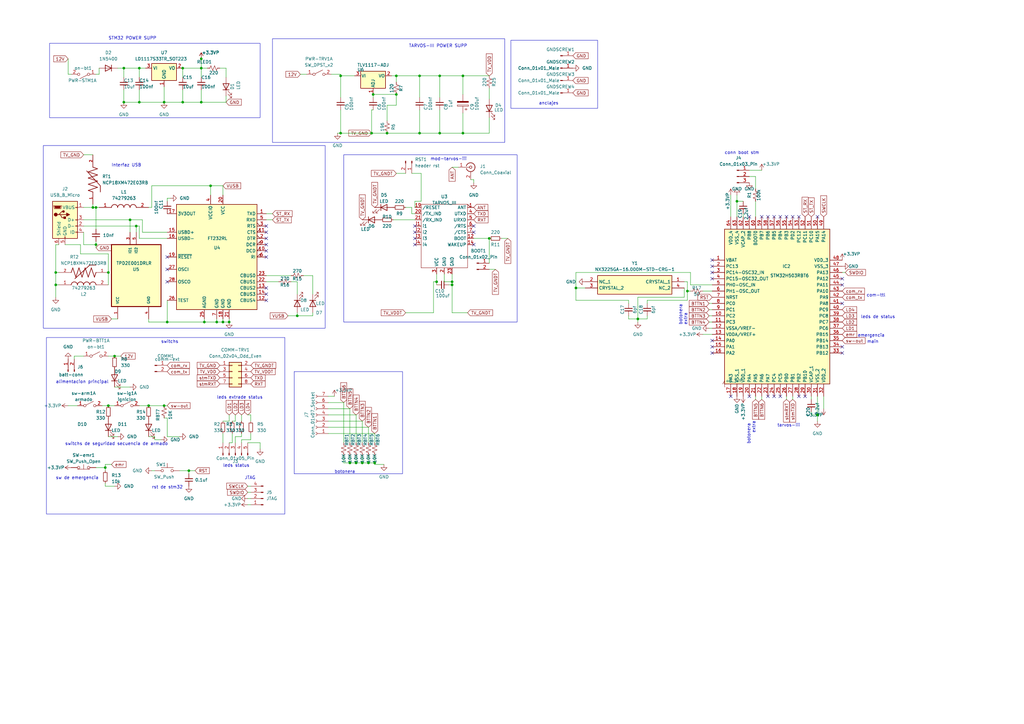
<source format=kicad_sch>
(kicad_sch (version 20231120) (generator "eeschema") (generator_version "8.0")
  (paper "A3")
  (junction (at 302.26 82.55))
  (junction (at 93.98 132.08))
  (junction (at 335.28 170.18))
  (junction (at 172.085 54.61))
  (junction (at 143.51 189.865))
  (junction (at 44.45 166.37))
  (junction (at 77.47 193.04))
  (junction (at 68.58 132.08))
  (junction (at 172.085 31.115))
  (junction (at 86.36 76.2))
  (junction (at 153.035 38.735))
  (junction (at 39.37 100.33))
  (junction (at 180.34 54.61))
  (junction (at 146.05 189.865))
  (junction (at 162.56 31.115))
  (junction (at 57.15 41.91))
  (junction (at 158.75 54.61))
  (junction (at 57.15 27.94))
  (junction (at 55.88 92.71))
  (junction (at 139.7 54.61))
  (junction (at 185.42 115.57))
  (junction (at 50.8 41.91))
  (junction (at 46.99 146.05))
  (junction (at 88.9 132.08))
  (junction (at 180.34 31.115))
  (junction (at 162.56 38.735))
  (junction (at 43.18 191.77))
  (junction (at 82.55 27.94))
  (junction (at 236.22 118.11))
  (junction (at 22.86 111.76))
  (junction (at 60.96 166.37))
  (junction (at 67.31 166.37))
  (junction (at 53.34 90.17))
  (junction (at 82.55 41.91))
  (junction (at 44.45 111.76))
  (junction (at 83.82 132.08))
  (junction (at 281.94 119.38))
  (junction (at 189.865 31.115))
  (junction (at 185.42 116.84))
  (junction (at 74.93 41.91))
  (junction (at 261.62 130.81))
  (junction (at 139.7 31.115))
  (junction (at 38.1 85.09))
  (junction (at 148.59 189.865))
  (junction (at 153.67 189.865))
  (junction (at 82.55 24.13))
  (junction (at 200.66 97.79))
  (junction (at 39.37 85.09))
  (junction (at 22.86 116.84))
  (junction (at 121.92 129.54))
  (junction (at 152.4 54.61))
  (junction (at 74.93 27.94))
  (junction (at 91.44 132.08))
  (junction (at 50.8 27.94))
  (junction (at 189.865 54.61))
  (junction (at 67.31 41.91))
  (junction (at 151.13 189.865))
  (junction (at 179.07 115.57))
  (no_connect (at 68.58 115.57))
  (no_connect (at 320.04 162.56))
  (no_connect (at 292.1 106.68))
  (no_connect (at 327.66 162.56))
  (no_connect (at 345.44 116.84))
  (no_connect (at 292.1 144.78))
  (no_connect (at 109.22 118.11))
  (no_connect (at 170.18 97.79))
  (no_connect (at 292.1 114.3))
  (no_connect (at 194.31 92.71))
  (no_connect (at 109.22 97.79))
  (no_connect (at 109.22 102.87))
  (no_connect (at 345.44 124.46))
  (no_connect (at 109.22 95.25))
  (no_connect (at 299.72 162.56))
  (no_connect (at 345.44 144.78))
  (no_connect (at 170.18 100.33))
  (no_connect (at 109.22 123.19))
  (no_connect (at 109.22 92.71))
  (no_connect (at 335.28 88.9))
  (no_connect (at 312.42 88.9))
  (no_connect (at 194.31 95.25))
  (no_connect (at 345.44 114.3))
  (no_connect (at 320.04 88.9))
  (no_connect (at 109.22 105.41))
  (no_connect (at 330.2 162.56))
  (no_connect (at 317.5 162.56))
  (no_connect (at 292.1 139.7))
  (no_connect (at 292.1 142.24))
  (no_connect (at 314.96 162.56))
  (no_connect (at 68.58 110.49))
  (no_connect (at 194.31 100.33))
  (no_connect (at 68.58 105.41))
  (no_connect (at 292.1 111.76))
  (no_connect (at 345.44 142.24))
  (no_connect (at 109.22 100.33))
  (no_connect (at 314.96 88.9))
  (no_connect (at 322.58 88.9))
  (no_connect (at 109.22 120.65))
  (no_connect (at 317.5 88.9))
  (no_connect (at 292.1 109.22))
  (no_connect (at 307.34 162.56))
  (no_connect (at 307.34 88.9))
  (no_connect (at 327.66 88.9))
  (no_connect (at 170.18 95.25))
  (no_connect (at 325.12 88.9))
  (no_connect (at 170.18 92.71))
  (wire (pts (xy 43.18 198.12) (xy 43.18 199.39)))
  (wire (pts (xy 50.8 36.83) (xy 50.8 41.91)))
  (wire (pts (xy 63.5 179.07) (xy 60.96 179.07)))
  (wire (pts (xy 309.88 162.56) (xy 309.88 163.83)))
  (wire (pts (xy 180.34 45.085) (xy 180.34 54.61)))
  (wire (pts (xy 91.44 132.08) (xy 93.98 132.08)))
  (wire (pts (xy 180.34 31.115) (xy 172.085 31.115)))
  (wire (pts (xy 162.56 71.12) (xy 166.37 71.12)))
  (wire (pts (xy 57.15 27.94) (xy 57.15 31.75)))
  (wire (pts (xy 185.42 115.57) (xy 185.42 112.395)))
  (wire (pts (xy 39.37 191.77) (xy 43.18 191.77)))
  (wire (pts (xy 38.1 83.82) (xy 38.1 85.09)))
  (wire (pts (xy 140.97 186.69) (xy 140.97 189.865)))
  (wire (pts (xy 38.1 85.09) (xy 39.37 85.09)))
  (wire (pts (xy 265.43 130.81) (xy 265.43 129.54)))
  (wire (pts (xy 236.22 111.76) (xy 283.21 111.76)))
  (wire (pts (xy 185.42 115.57) (xy 182.245 115.57)))
  (wire (pts (xy 24.13 111.76) (xy 22.86 111.76)))
  (wire (pts (xy 148.59 181.61) (xy 148.59 172.72)))
  (wire (pts (xy 102.87 172.72) (xy 102.87 170.18)))
  (wire (pts (xy 236.22 118.11) (xy 240.03 118.11)))
  (wire (pts (xy 322.58 162.56) (xy 322.58 163.83)))
  (wire (pts (xy 168.91 87.63) (xy 170.18 87.63)))
  (wire (pts (xy 22.86 116.84) (xy 24.13 116.84)))
  (wire (pts (xy 200.66 40.64) (xy 200.66 36.195)))
  (wire (pts (xy 179.07 115.57) (xy 179.07 116.84)))
  (wire (pts (xy 172.085 45.085) (xy 172.085 54.61)))
  (wire (pts (xy 185.42 116.84) (xy 185.42 115.57)))
  (wire (pts (xy 102.87 177.8) (xy 102.87 180.34)))
  (wire (pts (xy 123.19 30.48) (xy 125.73 30.48)))
  (wire (pts (xy 96.52 179.07) (xy 96.52 181.61)))
  (wire (pts (xy 26.67 100.33) (xy 33.02 100.33)))
  (wire (pts (xy 30.48 146.05) (xy 30.48 147.32)))
  (wire (pts (xy 140.97 189.865) (xy 143.51 189.865)))
  (wire (pts (xy 44.45 146.05) (xy 46.99 146.05)))
  (wire (pts (xy 335.28 170.18) (xy 335.28 172.72)))
  (wire (pts (xy 166.37 128.27) (xy 177.8 128.27)))
  (wire (pts (xy 121.92 120.65) (xy 121.92 115.57)))
  (wire (pts (xy 257.81 130.81) (xy 257.81 129.54)))
  (wire (pts (xy 68.58 132.08) (xy 83.82 132.08)))
  (wire (pts (xy 158.75 43.18) (xy 162.56 43.18)))
  (wire (pts (xy 91.44 76.2) (xy 91.44 80.01)))
  (wire (pts (xy 68.58 123.19) (xy 68.58 132.08)))
  (wire (pts (xy 139.7 45.085) (xy 139.7 54.61)))
  (wire (pts (xy 257.81 123.19) (xy 257.81 124.46)))
  (wire (pts (xy 99.06 180.34) (xy 99.06 181.61)))
  (wire (pts (xy 135.89 30.48) (xy 139.7 30.48)))
  (wire (pts (xy 208.28 97.79) (xy 205.74 97.79)))
  (wire (pts (xy 194.31 97.79) (xy 200.66 97.79)))
  (wire (pts (xy 280.67 121.92) (xy 261.62 121.92)))
  (wire (pts (xy 162.56 31.115) (xy 172.085 31.115)))
  (wire (pts (xy 151.13 175.26) (xy 134.62 175.26)))
  (wire (pts (xy 88.9 130.81) (xy 88.9 132.08)))
  (wire (pts (xy 332.74 163.83) (xy 332.74 162.56)))
  (wire (pts (xy 60.96 132.08) (xy 68.58 132.08)))
  (wire (pts (xy 57.15 27.94) (xy 59.69 27.94)))
  (wire (pts (xy 153.67 181.61) (xy 153.67 177.8)))
  (wire (pts (xy 180.34 40.005) (xy 180.34 31.115)))
  (wire (pts (xy 265.43 123.19) (xy 281.94 123.19)))
  (wire (pts (xy 160.655 31.115) (xy 162.56 31.115)))
  (wire (pts (xy 27.94 30.48) (xy 29.21 30.48)))
  (wire (pts (xy 109.22 90.17) (xy 111.76 90.17)))
  (wire (pts (xy 82.55 41.91) (xy 92.71 41.91)))
  (wire (pts (xy 128.27 113.03) (xy 128.27 120.65)))
  (wire (pts (xy 182.245 115.57) (xy 182.245 112.395)))
  (wire (pts (xy 143.51 181.61) (xy 143.51 167.64)))
  (wire (pts (xy 185.42 68.58) (xy 187.96 68.58)))
  (wire (pts (xy 200.66 97.79) (xy 200.66 107.95)))
  (wire (pts (xy 124.46 113.03) (xy 128.27 113.03)))
  (wire (pts (xy 151.13 181.61) (xy 151.13 175.26)))
  (wire (pts (xy 67.31 166.37) (xy 68.58 166.37)))
  (wire (pts (xy 96.52 170.18) (xy 96.52 172.72)))
  (wire (pts (xy 63.5 180.34) (xy 63.5 179.07)))
  (wire (pts (xy 162.56 33.655) (xy 162.56 31.115)))
  (wire (pts (xy 177.8 115.57) (xy 179.07 115.57)))
  (wire (pts (xy 69.85 81.28) (xy 68.58 81.28)))
  (wire (pts (xy 93.98 132.08) (xy 93.98 130.81)))
  (wire (pts (xy 309.88 82.55) (xy 309.88 88.9)))
  (wire (pts (xy 189.865 46.355) (xy 189.865 54.61)))
  (wire (pts (xy 151.13 186.69) (xy 151.13 189.865)))
  (wire (pts (xy 153.035 40.005) (xy 153.035 38.735)))
  (wire (pts (xy 92.71 41.91) (xy 92.71 39.37)))
  (wire (pts (xy 261.62 130.81) (xy 265.43 130.81)))
  (wire (pts (xy 189.865 31.115) (xy 200.66 31.115)))
  (wire (pts (xy 153.67 177.8) (xy 134.62 177.8)))
  (wire (pts (xy 332.74 168.91) (xy 332.74 170.18)))
  (wire (pts (xy 60.96 85.09) (xy 62.23 85.09)))
  (wire (pts (xy 101.6 204.47) (xy 102.87 204.47)))
  (wire (pts (xy 121.92 128.27) (xy 121.92 129.54)))
  (wire (pts (xy 67.31 35.56) (xy 67.31 41.91)))
  (wire (pts (xy 33.02 100.33) (xy 33.02 104.14)))
  (wire (pts (xy 82.55 24.13) (xy 82.55 27.94)))
  (wire (pts (xy 148.59 189.865) (xy 151.13 189.865)))
  (wire (pts (xy 34.29 90.17) (xy 53.34 90.17)))
  (wire (pts (xy 57.15 36.83) (xy 57.15 41.91)))
  (wire (pts (xy 106.68 181.61) (xy 106.68 184.15)))
  (wire (pts (xy 83.82 130.81) (xy 83.82 132.08)))
  (wire (pts (xy 153.67 190.5) (xy 153.67 189.865)))
  (wire (pts (xy 101.6 201.93) (xy 102.87 201.93)))
  (wire (pts (xy 257.81 130.81) (xy 261.62 130.81)))
  (wire (pts (xy 139.7 40.005) (xy 139.7 31.115)))
  (wire (pts (xy 189.865 54.61) (xy 180.34 54.61)))
  (wire (pts (xy 43.18 191.77) (xy 43.18 193.04)))
  (wire (pts (xy 44.45 104.14) (xy 33.02 104.14)))
  (wire (pts (xy 161.29 90.17) (xy 170.18 90.17)))
  (wire (pts (xy 62.23 193.04) (xy 63.5 193.04)))
  (wire (pts (xy 48.26 179.07) (xy 44.45 179.07)))
  (wire (pts (xy 34.29 100.33) (xy 39.37 100.33)))
  (wire (pts (xy 290.83 129.54) (xy 292.1 129.54)))
  (wire (pts (xy 50.8 27.94) (xy 57.15 27.94)))
  (wire (pts (xy 22.86 116.84) (xy 22.86 121.92)))
  (wire (pts (xy 46.99 166.37) (xy 44.45 166.37)))
  (wire (pts (xy 91.44 177.8) (xy 91.44 181.61)))
  (wire (pts (xy 138.43 54.61) (xy 139.7 54.61)))
  (wire (pts (xy 43.18 199.39) (xy 46.99 199.39)))
  (wire (pts (xy 302.26 82.55) (xy 302.26 88.9)))
  (wire (pts (xy 57.15 41.91) (xy 67.31 41.91)))
  (wire (pts (xy 281.94 119.38) (xy 283.21 119.38)))
  (wire (pts (xy 74.93 27.94) (xy 82.55 27.94)))
  (wire (pts (xy 184.15 116.84) (xy 185.42 116.84)))
  (wire (pts (xy 99.06 179.07) (xy 96.52 179.07)))
  (wire (pts (xy 40.64 30.48) (xy 40.64 27.94)))
  (wire (pts (xy 148.59 186.69) (xy 148.59 189.865)))
  (wire (pts (xy 45.72 190.5) (xy 43.18 190.5)))
  (wire (pts (xy 236.22 118.11) (xy 236.22 111.76)))
  (wire (pts (xy 101.6 181.61) (xy 106.68 181.61)))
  (wire (pts (xy 57.15 166.37) (xy 60.96 166.37)))
  (wire (pts (xy 179.07 112.395) (xy 179.07 115.57)))
  (wire (pts (xy 304.8 87.63) (xy 304.8 88.9)))
  (wire (pts (xy 73.66 193.04) (xy 77.47 193.04)))
  (wire (pts (xy 102.87 170.18) (xy 101.6 170.18)))
  (wire (pts (xy 39.37 85.09) (xy 39.37 93.98)))
  (wire (pts (xy 34.29 95.25) (xy 34.29 100.33)))
  (wire (pts (xy 60.96 166.37) (xy 67.31 166.37)))
  (wire (pts (xy 102.87 180.34) (xy 99.06 180.34)))
  (wire (pts (xy 325.12 162.56) (xy 325.12 163.83)))
  (wire (pts (xy 121.92 129.54) (xy 128.27 129.54)))
  (wire (pts (xy 101.6 199.39) (xy 102.87 199.39)))
  (wire (pts (xy 95.25 177.8) (xy 95.25 181.61)))
  (wire (pts (xy 261.62 121.92) (xy 261.62 130.81)))
  (wire (pts (xy 261.62 132.08) (xy 261.62 130.81)))
  (wire (pts (xy 290.83 132.08) (xy 292.1 132.08)))
  (wire (pts (xy 62.23 76.2) (xy 86.36 76.2)))
  (wire (pts (xy 172.085 54.61) (xy 180.34 54.61)))
  (wire (pts (xy 281.94 123.19) (xy 281.94 119.38)))
  (wire (pts (xy 162.56 38.735) (xy 162.56 43.18)))
  (wire (pts (xy 27.94 24.13) (xy 27.94 30.48)))
  (wire (pts (xy 180.34 31.115) (xy 189.865 31.115)))
  (wire (pts (xy 337.82 167.64) (xy 337.82 162.56)))
  (wire (pts (xy 168.91 85.09) (xy 168.91 87.63)))
  (wire (pts (xy 170.18 82.55) (xy 170.18 85.09)))
  (wire (pts (xy 290.83 124.46) (xy 292.1 124.46)))
  (wire (pts (xy 177.8 128.27) (xy 177.8 115.57)))
  (wire (pts (xy 50.8 27.94) (xy 50.8 31.75)))
  (wire (pts (xy 82.55 36.83) (xy 82.55 41.91)))
  (wire (pts (xy 134.62 165.1) (xy 140.97 165.1)))
  (wire (pts (xy 332.74 170.18) (xy 335.28 170.18)))
  (wire (pts (xy 68.58 179.07) (xy 68.58 171.45)))
  (wire (pts (xy 39.37 100.33) (xy 39.37 99.06)))
  (wire (pts (xy 146.05 170.18) (xy 134.62 170.18)))
  (wire (pts (xy 34.29 85.09) (xy 38.1 85.09)))
  (wire (pts (xy 152.4 54.61) (xy 152.4 45.085)))
  (wire (pts (xy 91.44 130.81) (xy 91.44 132.08)))
  (wire (pts (xy 345.44 111.76) (xy 346.71 111.76)))
  (wire (pts (xy 93.98 172.72) (xy 91.44 172.72)))
  (wire (pts (xy 194.31 74.93) (xy 194.31 73.66)))
  (wire (pts (xy 172.72 71.12) (xy 172.72 82.55)))
  (wire (pts (xy 43.18 190.5) (xy 43.18 191.77)))
  (wire (pts (xy 96.52 172.72) (xy 95.25 172.72)))
  (wire (pts (xy 139.7 54.61) (xy 152.4 54.61)))
  (wire (pts (xy 95.25 181.61) (xy 93.98 181.61)))
  (wire (pts (xy 74.93 31.75) (xy 74.93 27.94)))
  (wire (pts (xy 22.86 100.33) (xy 24.13 100.33)))
  (wire (pts (xy 146.05 189.865) (xy 148.59 189.865)))
  (wire (pts (xy 45.72 130.81) (xy 48.26 130.81)))
  (wire (pts (xy 143.51 186.69) (xy 143.51 189.865)))
  (wire (pts (xy 281.94 115.57) (xy 281.94 119.38)))
  (wire (pts (xy 101.6 207.01) (xy 102.87 207.01)))
  (wire (pts (xy 99.06 177.8) (xy 99.06 179.07)))
  (wire (pts (xy 200.66 48.26) (xy 200.66 54.61)))
  (wire (pts (xy 86.36 76.2) (xy 86.36 80.01)))
  (wire (pts (xy 31.75 166.37) (xy 27.94 166.37)))
  (wire (pts (xy 90.17 27.94) (xy 92.71 27.94)))
  (wire (pts (xy 77.47 193.04) (xy 77.47 194.31)))
  (wire (pts (xy 46.99 146.05) (xy 49.53 146.05)))
  (wire (pts (xy 57.15 97.79) (xy 57.15 92.71)))
  (wire (pts (xy 22.86 111.76) (xy 22.86 116.84)))
  (wire (pts (xy 290.83 134.62) (xy 292.1 134.62)))
  (wire (pts (xy 109.22 115.57) (xy 114.3 115.57)))
  (wire (pts (xy 68.58 97.79) (xy 57.15 97.79)))
  (wire (pts (xy 307.34 72.39) (xy 309.88 72.39)))
  (wire (pts (xy 153.67 186.69) (xy 153.67 189.865)))
  (wire (pts (xy 128.27 129.54) (xy 128.27 128.27)))
  (wire (pts (xy 53.34 90.17) (xy 53.34 95.25)))
  (wire (pts (xy 62.23 76.2) (xy 62.23 85.09)))
  (wire (pts (xy 93.98 170.18) (xy 93.98 172.72)))
  (wire (pts (xy 58.42 90.17) (xy 53.34 90.17)))
  (wire (pts (xy 34.29 63.5) (xy 38.1 63.5)))
  (wire (pts (xy 185.42 116.84) (xy 185.42 128.27)))
  (wire (pts (xy 158.75 49.53) (xy 158.75 43.18)))
  (wire (pts (xy 68.58 95.25) (xy 58.42 95.25)))
  (wire (pts (xy 335.28 162.56) (xy 335.28 170.18)))
  (wire (pts (xy 44.45 111.76) (xy 44.45 104.14)))
  (wire (pts (xy 302.26 80.01) (xy 302.26 82.55)))
  (wire (pts (xy 22.86 100.33) (xy 22.86 111.76)))
  (wire (pts (xy 109.22 87.63) (xy 111.76 87.63)))
  (wire (pts (xy 257.81 123.19) (xy 236.22 123.19)))
  (wire (pts (xy 265.43 123.19) (xy 265.43 124.46)))
  (wire (pts (xy 280.67 115.57) (xy 281.94 115.57)))
  (wire (pts (xy 88.9 132.08) (xy 91.44 132.08)))
  (wire (pts (xy 143.51 167.64) (xy 134.62 167.64)))
  (wire (pts (xy 55.88 92.71) (xy 55.88 95.25)))
  (wire (pts (xy 34.29 146.05) (xy 30.48 146.05)))
  (wire (pts (xy 44.45 116.84) (xy 44.45 111.76)))
  (wire (pts (xy 151.13 189.865) (xy 153.67 189.865)))
  (wire (pts (xy 146.05 181.61) (xy 146.05 170.18)))
  (wire (pts (xy 288.29 137.16) (xy 292.1 137.16)))
  (wire (pts (xy 86.36 76.2) (xy 91.44 76.2)))
  (wire (pts (xy 39.37 100.33) (xy 39.37 101.6)))
  (wire (pts (xy 146.05 186.69) (xy 146.05 189.865)))
  (wire (pts (xy 74.93 41.91) (xy 82.55 41.91)))
  (wire (pts (xy 58.42 95.25) (xy 58.42 90.17)))
  (wire (pts (xy 137.16 162.56) (xy 134.62 162.56)))
  (wire (pts (xy 60.96 130.81) (xy 60.96 132.08)))
  (wire (pts (xy 74.93 36.83) (xy 74.93 41.91)))
  (wire (pts (xy 309.88 72.39) (xy 309.88 77.47)))
  (wire (pts (xy 280.67 118.11) (xy 280.67 121.92)))
  (wire (pts (xy 109.22 113.03) (xy 119.38 113.03)))
  (wire (pts (xy 194.31 73.66) (xy 193.04 73.66)))
  (wire (pts (xy 68.58 81.28) (xy 68.58 82.55)))
  (wire (pts (xy 168.91 71.12) (xy 172.72 71.12)))
  (wire (pts (xy 39.37 85.09) (xy 40.64 85.09)))
  (wire (pts (xy 152.4 54.61) (xy 158.75 54.61)))
  (wire (pts (xy 39.37 30.48) (xy 40.64 30.48)))
  (wire (pts (xy 139.7 31.115) (xy 139.7 30.48)))
  (wire (pts (xy 77.47 193.04) (xy 80.01 193.04)))
  (wire (pts (xy 57.15 92.71) (xy 55.88 92.71)))
  (wire (pts (xy 46.99 158.75) (xy 53.34 158.75)))
  (wire (pts (xy 153.67 190.5) (xy 157.48 190.5)))
  (wire (pts (xy 50.8 41.91) (xy 57.15 41.91)))
  (wire (pts (xy 74.93 41.91) (xy 67.31 41.91)))
  (wire (pts (xy 302.26 82.55) (xy 304.8 82.55)))
  (wire (pts (xy 189.865 54.61) (xy 200.66 54.61)))
  (wire (pts (xy 172.085 40.005) (xy 172.085 31.115)))
  (wire (pts (xy 307.34 69.85) (xy 312.42 69.85)))
  (wire (pts (xy 292.1 116.84) (xy 283.21 116.84)))
  (wire (pts (xy 68.58 171.45) (xy 67.31 171.45)))
  (wire (pts (xy 191.77 128.27) (xy 185.42 128.27)))
  (wire (pts (xy 82.55 27.94) (xy 85.09 27.94)))
  (wire (pts (xy 140.97 165.1) (xy 140.97 181.61)))
  (wire (pts (xy 283.21 111.76) (xy 283.21 116.84)))
  (wire (pts (xy 166.37 85.09) (xy 168.91 85.09)))
  (wire (pts (xy 299.72 80.01) (xy 299.72 88.9)))
  (wire (pts (xy 236.22 123.19) (xy 236.22 118.11)))
  (wire (pts (xy 66.04 180.34) (xy 63.5 180.34)))
  (wire (pts (xy 83.82 132.08) (xy 88.9 132.08)))
  (wire (pts (xy 290.83 127) (xy 292.1 127)))
  (wire (pts (xy 203.2 110.49) (xy 200.66 110.49)))
  (wire (pts (xy 139.7 31.115) (xy 145.415 31.115)))
  (wire (pts (xy 158.75 54.61) (xy 172.085 54.61)))
  (wire (pts (xy 288.29 119.38) (xy 292.1 119.38)))
  (wire (pts (xy 118.11 129.54) (xy 121.92 129.54)))
  (wire (pts (xy 312.42 162.56) (xy 312.42 163.83)))
  (wire (pts (xy 99.06 170.18) (xy 99.06 172.72)))
  (wire (pts (xy 44.45 166.37) (xy 41.91 166.37)))
  (wire (pts (xy 121.92 115.57) (xy 119.38 115.57)))
  (wire (pts (xy 152.4 45.085) (xy 153.035 45.085)))
  (wire (pts (xy 143.51 189.865) (xy 146.05 189.865)))
  (wire (pts (xy 153.035 38.735) (xy 162.56 38.735)))
  (wire (pts (xy 34.29 92.71) (xy 55.88 92.71)))
  (wire (pts (xy 172.72 82.55) (xy 170.18 82.55)))
  (wire (pts (xy 189.865 38.735) (xy 189.865 31.115)))
  (wire (pts (xy 48.26 27.94) (xy 50.8 27.94)))
  (wire (pts (xy 134.62 172.72) (xy 148.59 172.72)))
  (wire (pts (xy 73.66 179.07) (xy 68.58 179.07)))
  (wire (pts (xy 82.55 31.75) (xy 82.55 27.94)))
  (wire (pts (xy 92.71 27.94) (xy 92.71 31.75)))
  (rectangle (start 140.97 63.5) (end 212.09 132.08))
  (rectangle (start 209.55 16.51) (end 245.11 44.45))
  (rectangle (start 17.78 59.69) (end 133.35 134.62))
  (rectangle (start 120.65 152.4) (end 165.1 194.31))
  (rectangle (start 20.32 17.78) (end 106.68 48.26))
  (rectangle (start 111.76 15.875) (end 207.01 58.42))
  (rectangle (start 19.05 138.43) (end 116.84 210.82))
  (text "botonera \nextra" (at 309.88 172.72 90) (effects (font (size 1.27 1.27)) (justify right bottom)))
  (text "tarvos-iii\n" (at 318.77 175.26 0) (effects (font (size 1.27 1.27)) (justify left bottom)))
  (text "switchs de seguridad secuencia de armado" (at 26.67 182.88 0) (effects (font (size 1.27 1.27)) (justify left bottom)))
  (text "Interfaz USB" (at 45.72 68.58 0) (effects (font (size 1.27 1.27)) (justify left bottom)))
  (text "leds extrade status" (at 88.9 163.83 0) (effects (font (size 1.27 1.27)) (justify left bottom)))
  (text "anclajes" (at 220.98 43.18 0) (effects (font (size 1.27 1.27)) (justify left bottom)))
  (text "botonera \nextra" (at 281.94 133.35 90) (effects (font (size 1.27 1.27)) (justify left bottom)))
  (text "sw de emergencia" (at 22.86 196.85 0) (effects (font (size 1.27 1.27)) (justify left bottom)))
  (text "botonera" (at 137.16 194.31 0) (effects (font (size 1.27 1.27)) (justify left bottom)))
  (text "emergencia\n" (at 351.79 138.43 0) (effects (font (size 1.27 1.27)) (justify left bottom)))
  (text "com-ttl\n" (at 363.22 121.92 0) (effects (font (size 1.27 1.27)) (justify right bottom)))
  (text "conn boot stm" (at 297.18 63.5 0) (effects (font (size 1.27 1.27)) (justify left bottom)))
  (text "leds status" (at 91.44 191.77 0) (effects (font (size 1.27 1.27)) (justify left bottom)))
  (text "alimentacion principal\n" (at 22.86 157.48 0) (effects (font (size 1.27 1.27)) (justify left bottom)))
  (text "leds de status" (at 353.06 130.81 0) (effects (font (size 1.27 1.27)) (justify left bottom)))
  (text "rst de stm32\n" (at 62.23 200.66 0) (effects (font (size 1.27 1.27)) (justify left bottom)))
  (text "main" (at 355.6 140.97 0) (effects (font (size 1.27 1.27)) (justify left bottom)))
  (text "STM32 POWER SUPP" (at 44.45 16.51 0) (effects (font (size 1.27 1.27)) (justify left bottom)))
  (text "JTAG\n" (at 100.33 196.85 0) (effects (font (size 1.27 1.27)) (justify left bottom)))
  (text "switchs" (at 66.04 140.97 0) (effects (font (size 1.27 1.27)) (justify left bottom)))
  (text "mod-tarvos-iii" (at 176.53 66.04 0) (effects (font (size 1.27 1.27)) (justify left bottom)))
  (text "TARVOS-III POWER SUPP\n" (at 167.64 19.685 0) (effects (font (size 1.27 1.27)) (justify left bottom)))
  (global_label "emr" (shape input) (at 345.44 137.16 0) (property "Intersheetrefs" "${INTERSHEET_REFS}" (effects (hide yes))))
  (global_label "TV_GNDT" (shape input) (at 191.77 128.27 0) (property "Intersheetrefs" "${INTERSHEET_REFS}" (effects (hide yes))) (property "Referencias entre hojas" "${INTERSHEET_REFS}" (effects (hide yes))))
  (global_label "BTTN5" (shape input) (at 309.88 163.83 270) (property "Intersheetrefs" "${INTERSHEET_REFS}" (effects (hide yes))) (property "Referencias entre hojas" "${INTERSHEET_REFS}" (effects (hide yes))))
  (global_label "BTTN1" (shape input) (at 290.83 124.46 180) (property "Intersheetrefs" "${INTERSHEET_REFS}" (effects (hide yes))) (property "Referencias entre hojas" "${INTERSHEET_REFS}" (effects (hide yes))))
  (global_label "TV_GNDT" (shape input) (at 153.67 85.09 90) (property "Intersheetrefs" "${INTERSHEET_REFS}" (effects (hide yes))) (property "Referencias entre hojas" "${INTERSHEET_REFS}" (effects (hide yes))))
  (global_label "sw-out" (shape input) (at 68.58 166.37 0) (property "Intersheetrefs" "${INTERSHEET_REFS}" (effects (hide yes))))
  (global_label "ANT" (shape input) (at 185.42 68.58 270) (property "Intersheetrefs" "${INTERSHEET_REFS}" (effects (hide yes))))
  (global_label "12V" (shape input) (at 49.53 146.05 0) (property "Intersheetrefs" "${INTERSHEET_REFS}" (effects (hide yes))) (property "Referencias entre hojas" "${INTERSHEET_REFS}" (effects (hide yes))))
  (global_label "GND" (shape input) (at 234.95 33.02 0) (property "Intersheetrefs" "${INTERSHEET_REFS}" (effects (hide yes))))
  (global_label "stmRXT" (shape input) (at 90.17 157.48 180) (property "Intersheetrefs" "${INTERSHEET_REFS}" (effects (hide yes))))
  (global_label "GND" (shape input) (at 234.95 22.86 0) (property "Intersheetrefs" "${INTERSHEET_REFS}" (effects (hide yes))))
  (global_label "SWCLK" (shape input) (at 101.6 199.39 180) (property "Intersheetrefs" "${INTERSHEET_REFS}" (effects (hide yes))))
  (global_label "emr" (shape input) (at 45.72 190.5 0) (property "Intersheetrefs" "${INTERSHEET_REFS}" (effects (hide yes))))
  (global_label "TV_VDDT" (shape input) (at 166.37 128.27 180) (property "Intersheetrefs" "${INTERSHEET_REFS}" (effects (hide yes))) (property "Referencias entre hojas" "${INTERSHEET_REFS}" (effects (hide yes))))
  (global_label "LD2" (shape input) (at 345.44 132.08 0) (property "Intersheetrefs" "${INTERSHEET_REFS}" (effects (hide yes))))
  (global_label "ST_TX" (shape input) (at 111.76 90.17 0) (property "Intersheetrefs" "${INTERSHEET_REFS}" (effects (hide yes))) (property "Referencias entre hojas" "${INTERSHEET_REFS}" (effects (hide yes))))
  (global_label "SWDIO" (shape input) (at 101.6 201.93 180) (property "Intersheetrefs" "${INTERSHEET_REFS}" (effects (hide yes))))
  (global_label "RXT" (shape input) (at 102.87 157.48 0) (property "Intersheetrefs" "${INTERSHEET_REFS}" (effects (hide yes))))
  (global_label "12V" (shape input) (at 27.94 24.13 180) (property "Intersheetrefs" "${INTERSHEET_REFS}" (effects (hide yes))) (property "Referencias entre hojas" "${INTERSHEET_REFS}" (effects (hide yes))))
  (global_label "LD1" (shape input) (at 93.98 170.18 90) (property "Intersheetrefs" "${INTERSHEET_REFS}" (effects (hide yes))))
  (global_label "SWDIO" (shape input) (at 346.71 111.76 0) (property "Intersheetrefs" "${INTERSHEET_REFS}" (effects (hide yes))))
  (global_label "TV_GND" (shape input) (at 152.4 54.61 180) (property "Intersheetrefs" "${INTERSHEET_REFS}" (effects (hide yes))) (property "Referencias entre hojas" "${INTERSHEET_REFS}" (effects (hide yes))))
  (global_label "LD2" (shape input) (at 96.52 170.18 90) (property "Intersheetrefs" "${INTERSHEET_REFS}" (effects (hide yes))))
  (global_label "ANT" (shape input) (at 194.31 85.09 0) (property "Intersheetrefs" "${INTERSHEET_REFS}" (effects (hide yes))))
  (global_label "TV_GNDT" (shape input) (at 208.28 97.79 270) (property "Intersheetrefs" "${INTERSHEET_REFS}" (effects (hide yes))) (property "Referencias entre hojas" "${INTERSHEET_REFS}" (effects (hide yes))))
  (global_label "com_rx" (shape input) (at 345.44 119.38 0) (property "Intersheetrefs" "${INTERSHEET_REFS}" (effects (hide yes))))
  (global_label "ST_TX" (shape input) (at 332.74 88.9 90) (property "Intersheetrefs" "${INTERSHEET_REFS}" (effects (hide yes))) (property "Referencias entre hojas" "${INTERSHEET_REFS}" (effects (hide yes))))
  (global_label "BTTN2" (shape input) (at 290.83 127 180) (property "Intersheetrefs" "${INTERSHEET_REFS}" (effects (hide yes))) (property "Referencias entre hojas" "${INTERSHEET_REFS}" (effects (hide yes))))
  (global_label "ST_RX" (shape input) (at 111.76 87.63 0) (property "Intersheetrefs" "${INTERSHEET_REFS}" (effects (hide yes))) (property "Referencias entre hojas" "${INTERSHEET_REFS}" (effects (hide yes))))
  (global_label "sw-out" (shape input) (at 345.44 139.7 0) (property "Intersheetrefs" "${INTERSHEET_REFS}" (effects (hide yes))))
  (global_label "VUSB" (shape input) (at 91.44 76.2 0) (property "Intersheetrefs" "${INTERSHEET_REFS}" (effects (hide yes))) (property "Referencias entre hojas" "${INTERSHEET_REFS}" (effects (hide yes))))
  (global_label "TV_GNDT" (shape input) (at 148.59 90.17 90) (property "Intersheetrefs" "${INTERSHEET_REFS}" (effects (hide yes))) (property "Referencias entre hojas" "${INTERSHEET_REFS}" (effects (hide yes))))
  (global_label "TV_VDDT" (shape input) (at 102.87 152.4 0) (property "Intersheetrefs" "${INTERSHEET_REFS}" (effects (hide yes))) (property "Referencias entre hojas" "${INTERSHEET_REFS}" (effects (hide yes))))
  (global_label "RXT" (shape input) (at 194.31 90.17 0) (property "Intersheetrefs" "${INTERSHEET_REFS}" (effects (hide yes))))
  (global_label "TXD" (shape input) (at 194.31 87.63 0) (property "Intersheetrefs" "${INTERSHEET_REFS}" (effects (hide yes))))
  (global_label "LD4" (shape input) (at 101.6 170.18 90) (property "Intersheetrefs" "${INTERSHEET_REFS}" (effects (hide yes))))
  (global_label "TV_GNDT" (shape input) (at 203.2 110.49 270) (property "Intersheetrefs" "${INTERSHEET_REFS}" (effects (hide yes))) (property "Referencias entre hojas" "${INTERSHEET_REFS}" (effects (hide yes))))
  (global_label "TV_GND" (shape input) (at 34.29 63.5 180) (property "Intersheetrefs" "${INTERSHEET_REFS}" (effects (hide yes))) (property "Referencias entre hojas" "${INTERSHEET_REFS}" (effects (hide yes))))
  (global_label "com_tx" (shape input) (at 345.44 121.92 0) (property "Intersheetrefs" "${INTERSHEET_REFS}" (effects (hide yes))))
  (global_label "TV_GND" (shape input) (at 90.17 149.86 180) (property "Intersheetrefs" "${INTERSHEET_REFS}" (effects (hide yes))) (property "Referencias entre hojas" "${INTERSHEET_REFS}" (effects (hide yes))))
  (global_label "VUSB" (shape input) (at 45.72 130.81 180) (property "Intersheetrefs" "${INTERSHEET_REFS}" (effects (hide yes))) (property "Referencias entre hojas" "${INTERSHEET_REFS}" (effects (hide yes))))
  (global_label "GND" (shape input) (at 39.37 101.6 0) (property "Intersheetrefs" "${INTERSHEET_REFS}" (effects (hide yes))) (property "Referencias entre hojas" "${INTERSHEET_REFS}" (effects (hide yes))))
  (global_label "BTTN5" (shape input) (at 143.51 167.64 90) (property "Intersheetrefs" "${INTERSHEET_REFS}" (effects (hide yes))) (property "Referencias entre hojas" "${INTERSHEET_REFS}" (effects (hide yes))))
  (global_label "com_tx" (shape input) (at 68.58 152.4 0) (property "Intersheetrefs" "${INTERSHEET_REFS}" (effects (hide yes))))
  (global_label "BTTN1" (shape input) (at 153.67 177.8 90) (property "Intersheetrefs" "${INTERSHEET_REFS}" (effects (hide yes))) (property "Referencias entre hojas" "${INTERSHEET_REFS}" (effects (hide yes))))
  (global_label "BTTN6" (shape input) (at 140.97 165.1 90) (property "Intersheetrefs" "${INTERSHEET_REFS}" (effects (hide yes))) (property "Referencias entre hojas" "${INTERSHEET_REFS}" (effects (hide yes))))
  (global_label "BTTN4" (shape input) (at 290.83 132.08 180) (property "Intersheetrefs" "${INTERSHEET_REFS}" (effects (hide yes))) (property "Referencias entre hojas" "${INTERSHEET_REFS}" (effects (hide yes))))
  (global_label "BTTN3" (shape input) (at 148.59 172.72 90) (property "Intersheetrefs" "${INTERSHEET_REFS}" (effects (hide yes))) (property "Referencias entre hojas" "${INTERSHEET_REFS}" (effects (hide yes))))
  (global_label "LD1" (shape input) (at 345.44 134.62 0) (property "Intersheetrefs" "${INTERSHEET_REFS}" (effects (hide yes))))
  (global_label "BTTN2" (shape input) (at 151.13 175.26 90) (property "Intersheetrefs" "${INTERSHEET_REFS}" (effects (hide yes))) (property "Referencias entre hojas" "${INTERSHEET_REFS}" (effects (hide yes))))
  (global_label "BTTN4" (shape input) (at 146.05 170.18 90) (property "Intersheetrefs" "${INTERSHEET_REFS}" (effects (hide yes))) (property "Referencias entre hojas" "${INTERSHEET_REFS}" (effects (hide yes))))
  (global_label "LD3" (shape input) (at 345.44 129.54 0) (property "Intersheetrefs" "${INTERSHEET_REFS}" (effects (hide yes))))
  (global_label "stmTXD" (shape input) (at 90.17 154.94 180) (property "Intersheetrefs" "${INTERSHEET_REFS}" (effects (hide yes))))
  (global_label "GND" (shape input) (at 92.71 41.91 0) (property "Intersheetrefs" "${INTERSHEET_REFS}" (effects (hide yes))))
  (global_label "ST_RX" (shape input) (at 330.2 88.9 90) (property "Intersheetrefs" "${INTERSHEET_REFS}" (effects (hide yes))) (property "Referencias entre hojas" "${INTERSHEET_REFS}" (effects (hide yes))))
  (global_label "12V" (shape input) (at 123.19 30.48 180) (property "Intersheetrefs" "${INTERSHEET_REFS}" (effects (hide yes))) (property "Referencias entre hojas" "${INTERSHEET_REFS}" (effects (hide yes))))
  (global_label "LD3" (shape input) (at 99.06 170.18 90) (property "Intersheetrefs" "${INTERSHEET_REFS}" (effects (hide yes))))
  (global_label "VUSB" (shape input) (at 118.11 129.54 180) (property "Intersheetrefs" "${INTERSHEET_REFS}" (effects (hide yes))) (property "Referencias entre hojas" "${INTERSHEET_REFS}" (effects (hide yes))))
  (global_label "TXD" (shape input) (at 102.87 154.94 0) (property "Intersheetrefs" "${INTERSHEET_REFS}" (effects (hide yes))))
  (global_label "RST" (shape input) (at 292.1 121.92 180) (property "Intersheetrefs" "${INTERSHEET_REFS}" (effects (hide yes))) (property "Referencias entre hojas" "${INTERSHEET_REFS}" (effects (hide yes))))
  (global_label "RST" (shape input) (at 80.01 193.04 0) (property "Intersheetrefs" "${INTERSHEET_REFS}" (effects (hide yes))) (property "Referencias entre hojas" "${INTERSHEET_REFS}" (effects (hide yes))))
  (global_label "TV_GNDT" (shape input) (at 102.87 149.86 0) (property "Intersheetrefs" "${INTERSHEET_REFS}" (effects (hide yes))) (property "Referencias entre hojas" "${INTERSHEET_REFS}" (effects (hide yes))))
  (global_label "GND" (shape input) (at 234.95 38.1 0) (property "Intersheetrefs" "${INTERSHEET_REFS}" (effects (hide yes))))
  (global_label "TV_GNDT" (shape input) (at 162.56 71.12 180) (property "Intersheetrefs" "${INTERSHEET_REFS}" (effects (hide yes))) (property "Referencias entre hojas" "${INTERSHEET_REFS}" (effects (hide yes))))
  (global_label "BTTN3" (shape input) (at 290.83 129.54 180) (property "Intersheetrefs" "${INTERSHEET_REFS}" (effects (hide yes))) (property "Referencias entre hojas" "${INTERSHEET_REFS}" (effects (hide yes))))
  (global_label "TV_VDD" (shape input) (at 90.17 152.4 180) (property "Intersheetrefs" "${INTERSHEET_REFS}" (effects (hide yes))) (property "Referencias entre hojas" "${INTERSHEET_REFS}" (effects (hide yes))))
  (global_label "stmTXD" (shape input) (at 325.12 163.83 270) (property "Intersheetrefs" "${INTERSHEET_REFS}" (effects (hide yes))))
  (global_label "stmRXT" (shape input) (at 322.58 163.83 270) (property "Intersheetrefs" "${INTERSHEET_REFS}" (effects (hide yes))))
  (global_label "SWCLK" (shape input) (at 337.82 88.9 90) (property "Intersheetrefs" "${INTERSHEET_REFS}" (effects (hide yes))))
  (global_label "TV_VDD" (shape input) (at 200.66 31.115 90) (property "Intersheetrefs" "${INTERSHEET_REFS}" (effects (hide yes))) (property "Referencias entre hojas" "${INTERSHEET_REFS}" (effects (hide yes))))
  (global_label "BTTN6" (shape input) (at 312.42 163.83 270) (property "Intersheetrefs" "${INTERSHEET_REFS}" (effects (hide yes))) (property "Referencias entre hojas" "${INTERSHEET_REFS}" (effects (hide yes))))
  (global_label "com_rx" (shape input) (at 68.58 149.86 0) (property "Intersheetrefs" "${INTERSHEET_REFS}" (effects (hide yes))))
  (global_label "LD4" (shape input) (at 345.44 127 0) (property "Intersheetrefs" "${INTERSHEET_REFS}" (effects (hide yes))))
  (symbol (lib_id "power:GND") (at 290.83 134.62 270) (unit 1)
    (property "Reference" "#PWR011" (effects (hide yes)))
    (property "Value" "GND" (at 285.75 134.62 90))
  )
  (symbol (lib_id "tarvos-iii:TARVOS_III") (at 181.61 95.25 0) (unit 1)
    (property "Reference" "U3" (at 182.245 80.645 0))
    (property "Value" "TARVOS_III" (at 182.245 83.185 0))
    (property "Footprint" "space:tarvos-iii" (effects (hide yes)))
  )
  (symbol (lib_id "Device:C_Small") (at 39.37 96.52 180) (unit 1)
    (property "Reference" "C12" (effects (hide yes)))
    (property "Value" "10nf" (at 44.45 96.52 0))
    (property "Footprint" "Capacitor_SMD:C_0805_2012Metric_Pad1.18x1.45mm_HandSolder" (effects (hide yes)))
  )
  (symbol (lib_id "Switch:SW_DPST_x2") (at 34.29 30.48 180) (unit 1)
    (property "Reference" "PWR-STM1" (at 27.94 33.02 0) (effects (justify right)))
    (property "Value" "on-bt1" (at 30.48 27.94 0) (effects (justify right)))
    (property "Footprint" "TerminalBlock_Phoenix:TerminalBlock_Phoenix_PT-1,5-2-3.5-H_1x02_P3.50mm_Horizontal" (effects (hide yes)))
  )
  (symbol (lib_id "Device:R_Small") (at 203.2 97.79 90) (unit 1)
    (property "Reference" "R11" (at 203.2 100.33 90))
    (property "Value" "220" (at 203.2 95.25 90))
    (property "Footprint" "Resistor_SMD:R_0805_2012Metric_Pad1.20x1.40mm_HandSolder" (effects (hide yes)))
  )
  (symbol (lib_id "power:+3.3VP") (at 288.29 137.16 90) (unit 1)
    (property "Reference" "#PWR010" (effects (hide yes)))
    (property "Value" "+3.3VP" (at 281.94 137.16 90))
  )
  (symbol (lib_id "Switch:SW_DPST_x2") (at 52.07 166.37 0) (unit 1)
    (property "Reference" "sw-ig1" (at 52.07 161.29 0))
    (property "Value" "ignicion" (at 52.07 163.83 0))
    (property "Footprint" "TerminalBlock_Phoenix:TerminalBlock_Phoenix_PT-1,5-2-3.5-H_1x02_P3.50mm_Horizontal" (effects (hide yes)))
  )
  (symbol (lib_id "power:GND") (at 261.62 132.08 0) (unit 1)
    (property "Reference" "#PWR09" (effects (hide yes)))
    (property "Value" "GND" (at 261.62 137.16 0))
  )
  (symbol (lib_id "Device:C_Small") (at 332.74 166.37 0) (unit 1)
    (property "Reference" "C20" (at 331.47 168.91 90))
    (property "Value" "2.2uf" (at 335.28 167.64 90))
    (property "Footprint" "Capacitor_SMD:C_0805_2012Metric_Pad1.18x1.45mm_HandSolder" (effects (hide yes)))
  )
  (symbol (lib_id "Switch:SW_DPST_x2") (at 130.81 30.48 0) (unit 1)
    (property "Reference" "PWR-TRV1" (at 130.81 24.13 0))
    (property "Value" "SW_DPST_x2" (at 130.81 26.67 0))
    (property "Footprint" "TerminalBlock_Phoenix:TerminalBlock_Phoenix_PT-1,5-2-3.5-H_1x02_P3.50mm_Horizontal" (effects (hide yes)))
  )
  (symbol (lib_id "Device:R_Small") (at 163.83 85.09 90) (unit 1)
    (property "Reference" "R9" (at 163.83 87.63 90))
    (property "Value" "220" (at 163.83 82.55 90))
    (property "Footprint" "Resistor_SMD:R_0805_2012Metric_Pad1.20x1.40mm_HandSolder" (effects (hide yes)))
  )
  (symbol (lib_id "Device:C_Small") (at 257.81 127 0) (unit 1)
    (property "Reference" "C17" (at 255.27 127 90))
    (property "Value" "6pf" (at 260.35 127 90))
    (property "Footprint" "Capacitor_SMD:C_0805_2012Metric_Pad1.18x1.45mm_HandSolder" (effects (hide yes)))
  )
  (symbol (lib_id "Connector:Conn_01x01_Male") (at 229.87 33.02 0) (unit 1)
    (property "Reference" "GNDSCREW3" (at 229.87 30.48 0))
    (property "Value" "Conn_01x01_Male" (at 220.98 33.02 0))
    (property "Footprint" "MountingHole:MountingHole_2.2mm_M2_Pad_Via" (effects (hide yes)))
  )
  (symbol (lib_id "power:GND") (at 157.48 190.5 0) (unit 1)
    (property "Reference" "#PWR035" (effects (hide yes)))
    (property "Value" "GND" (at 157.48 195.58 0))
  )
  (symbol (lib_id "Device:C_Small") (at 77.47 196.85 180) (unit 1)
    (property "Reference" "C1" (effects (hide yes)))
    (property "Value" "0.1uf" (at 82.55 196.85 0))
    (property "Footprint" "Capacitor_SMD:C_0805_2012Metric_Pad1.18x1.45mm_HandSolder" (effects (hide yes)))
  )
  (symbol (lib_id "Device:C_Small") (at 180.34 42.545 0) (unit 1)
    (property "Reference" "C8" (at 182.88 43.815 90))
    (property "Value" "1uf" (at 184.785 42.545 90))
    (property "Footprint" "Capacitor_SMD:C_0805_2012Metric_Pad1.18x1.45mm_HandSolder" (effects (hide yes)))
  )
  (symbol (lib_id "power:GND") (at 27.94 147.32 180) (unit 1)
    (property "Reference" "#PWR017" (effects (hide yes)))
    (property "Value" "GND" (at 27.94 142.24 0))
  )
  (symbol (lib_id "Device:LED") (at 200.66 44.45 90) (unit 1)
    (property "Reference" "D4" (at 205.74 43.18 90) (effects (justify left)))
    (property "Value" "LED" (at 206.375 45.085 90) (effects (justify left)))
    (property "Footprint" "LED_SMD:LED_0805_2012Metric" (effects (hide yes)))
  )
  (symbol (lib_id "Switch:SW_DPST_x2") (at 36.83 166.37 0) (unit 1)
    (property "Reference" "sw-arm1" (at 34.29 161.29 0))
    (property "Value" "armado" (at 34.29 163.83 0))
    (property "Footprint" "TerminalBlock_Phoenix:TerminalBlock_Phoenix_PT-1,5-2-3.5-H_1x02_P3.50mm_Horizontal" (effects (hide yes)))
  )
  (symbol (lib_id "Device:LED") (at 121.92 124.46 90) (mirror x) (unit 1)
    (property "Reference" "D8" (at 123.19 123.19 90) (effects (justify right)))
    (property "Value" "LED" (at 123.19 127 90) (effects (justify right)))
    (property "Footprint" "LED_SMD:LED_0805_2012Metric" (effects (hide yes)))
  )
  (symbol (lib_id "space:74279263") (at 40.64 85.09 0) (unit 1)
    (property "Reference" "L1" (at 50.8 78.74 0))
    (property "Value" "74279263" (at 50.8 81.28 0))
    (property "Footprint" "space:220-100mhz-500mha" (effects (hide yes)))
    (property "Height" "1" (effects (hide yes)))
    (property "Mouser Part Number" "710-74279263" (effects (hide yes)))
    (property "Mouser Price/Stock" "https://www.mouser.co.uk/ProductDetail/Wurth-Elektronik/74279263?qs=5twSNpOB8IA2djNafNy%2FDw%3D%3D" (effects (hide yes)))
    (property "Manufacturer_Name" "Wurth Elektronik" (effects (hide yes)))
    (property "Manufacturer_Part_Number" "74279263" (effects (hide yes)))
  )
  (symbol (lib_id "Interface_USB:FT232RL") (at 88.9 105.41 0) (unit 1)
    (property "Reference" "U4" (at 87.63 101.6 0) (effects (justify left)))
    (property "Value" "FT232RL" (at 85.09 97.79 0) (effects (justify left)))
    (property "Footprint" "Package_SO:SSOP-28_5.3x10.2mm_P0.65mm" (effects (hide yes)))
    (property "Datasheet" "https://www.ftdichip.com/Support/Documents/DataSheets/ICs/DS_FT232R.pdf" (effects (hide yes)))
  )
  (symbol (lib_id "power:GND") (at 302.26 80.01 180) (unit 1)
    (property "Reference" "#PWR014" (effects (hide yes)))
    (property "Value" "GND" (at 302.26 77.47 0))
  )
  (symbol (lib_id "Device:LED") (at 44.45 175.26 90) (unit 1)
    (property "Reference" "D10" (at 31.75 173.99 90) (effects (justify right)))
    (property "Value" "LED" (at 45.72 176.53 90) (effects (justify right)))
    (property "Footprint" "LED_SMD:LED_0805_2012Metric" (effects (hide yes)))
  )
  (symbol (lib_id "Connector:Conn_01x02_Pin") (at 195.58 107.95 0) (unit 1)
    (property "Reference" "BOOT1" (at 196.215 102.87 0))
    (property "Value" "Conn_01x02_Pin" (at 196.215 105.41 0))
    (property "Footprint" "Connector_PinHeader_2.54mm:PinHeader_1x02_P2.54mm_Vertical" (effects (hide yes)))
  )
  (symbol (lib_id "Device:R_Small_US") (at 309.88 80.01 180) (unit 1)
    (property "Reference" "R1" (at 307.34 80.01 90))
    (property "Value" "100k" (at 311.15 80.01 90))
    (property "Footprint" "Resistor_SMD:R_0805_2012Metric_Pad1.20x1.40mm_HandSolder" (effects (hide yes)))
  )
  (symbol (lib_id "Device:R_Small_US") (at 153.67 184.15 0) (unit 1)
    (property "Reference" "RBT6" (at 154.94 180.34 90))
    (property "Value" "10K" (at 153.67 187.96 90))
    (property "Footprint" "Resistor_SMD:R_0805_2012Metric_Pad1.20x1.40mm_HandSolder" (effects (hide yes)))
  )
  (symbol (lib_id "power:+3.3VP") (at 299.72 80.01 0) (unit 1)
    (property "Reference" "#PWR013" (effects (hide yes)))
    (property "Value" "+3.3VP" (at 298.45 82.55 90))
  )
  (symbol (lib_id "Device:R_Small_US") (at 143.51 184.15 0) (unit 1)
    (property "Reference" "RBT2" (at 144.78 180.34 90))
    (property "Value" "10K" (at 143.51 187.96 90))
    (property "Footprint" "Resistor_SMD:R_0805_2012Metric_Pad1.20x1.40mm_HandSolder" (effects (hide yes)))
  )
  (symbol (lib_id "power:GND") (at 234.95 27.94 90) (unit 1)
    (property "Reference" "#PWR018" (effects (hide yes)))
    (property "Value" "GND" (at 238.76 27.94 90) (effects (justify right)))
  )
  (symbol (lib_id "power:+3.3VP") (at 312.42 69.85 0) (unit 1)
    (property "Reference" "#PWR01" (effects (hide yes)))
    (property "Value" "+3.3VP" (at 316.23 67.31 0))
  )
  (symbol (lib_id "Device:R_Small") (at 43.18 195.58 0) (unit 1)
    (property "Reference" "R13" (at 45.72 194.945 0) (effects (justify left)))
    (property "Value" "10k" (at 45.72 197.485 0) (effects (justify left)))
    (property "Footprint" "Resistor_SMD:R_0805_2012Metric_Pad1.20x1.40mm_HandSolder" (effects (hide yes)))
  )
  (symbol (lib_id "power:+3.3VP") (at 137.16 162.56 0) (unit 1)
    (property "Reference" "#PWR038" (effects (hide yes)))
    (property "Value" "+3.3VP" (at 140.97 160.02 0))
  )
  (symbol (lib_id "Device:LED") (at 60.96 175.26 90) (unit 1)
    (property "Reference" "D11" (at 48.26 173.99 90) (effects (justify right)))
    (property "Value" "LED" (at 62.23 176.53 90) (effects (justify right)))
    (property "Footprint" "LED_SMD:LED_0805_2012Metric" (effects (hide yes)))
  )
  (symbol (lib_id "Connector:Conn_01x01_Male") (at 229.87 38.1 0) (unit 1)
    (property "Reference" "GNDSCREW4" (at 229.87 35.56 0))
    (property "Value" "Conn_01x01_Male" (at 220.98 38.1 0))
    (property "Footprint" "MountingHole:MountingHole_2.2mm_M2_Pad_Via" (effects (hide yes)))
  )
  (symbol (lib_id "Device:C_Small") (at 82.55 34.29 0) (unit 1)
    (property "Reference" "C16" (at 82.55 31.75 0) (effects (justify left)))
    (property "Value" "100nf" (at 82.55 35.56 0) (effects (justify left)))
    (property "Footprint" "Capacitor_SMD:C_0805_2012Metric_Pad1.18x1.45mm_HandSolder" (effects (hide yes)))
  )
  (symbol (lib_id "Connector:Conn_01x03_Pin") (at 302.26 72.39 0) (unit 1)
    (property "Reference" "J4" (at 302.895 64.77 0))
    (property "Value" "Conn_01x03_Pin" (at 302.895 67.31 0))
    (property "Footprint" "Connector_PinHeader_2.54mm:PinHeader_1x03_P2.54mm_Vertical" (effects (hide yes)))
  )
  (symbol (lib_id "Switch:SW_DPST_x2") (at 39.37 146.05 0) (unit 1)
    (property "Reference" "PWR-BTT1" (at 39.37 139.7 0))
    (property "Value" "on-bt1" (at 39.37 142.24 0))
    (property "Footprint" "TerminalBlock_Phoenix:TerminalBlock_Phoenix_PT-1,5-2-3.5-H_1x02_P3.50mm_Horizontal" (effects (hide yes)))
  )
  (symbol (lib_id "power:GND") (at 101.6 204.47 270) (unit 1)
    (property "Reference" "#PWR036" (effects (hide yes)))
    (property "Value" "GND" (at 99.06 204.47 90) (effects (justify right)))
  )
  (symbol (lib_id "power:GND") (at 67.31 41.91 0) (unit 1)
    (property "Reference" "#PWR05" (effects (hide yes)))
    (property "Value" "GND" (at 67.31 46.99 0))
  )
  (symbol (lib_id "Connector:Conn_01x02_Pin") (at 63.5 149.86 0) (unit 1)
    (property "Reference" "COMM1" (at 67.945 146.05 0))
    (property "Value" "comm-ext" (at 68.58 147.32 0))
    (property "Footprint" "Connector_PinHeader_2.54mm:PinHeader_1x02_P2.54mm_Vertical" (effects (hide yes)))
  )
  (symbol (lib_id "space:74279263") (at 24.13 116.84 0) (unit 1)
    (property "Reference" "L2" (at 34.29 120.65 0))
    (property "Value" "74279263" (at 34.29 118.11 0))
    (property "Footprint" "space:220-100mhz-500mha" (effects (hide yes)))
    (property "Height" "1" (effects (hide yes)))
    (property "Mouser Part Number" "710-74279263" (effects (hide yes)))
    (property "Mouser Price/Stock" "https://www.mouser.co.uk/ProductDetail/Wurth-Elektronik/74279263?qs=5twSNpOB8IA2djNafNy%2FDw%3D%3D" (effects (hide yes)))
    (property "Manufacturer_Name" "Wurth Elektronik" (effects (hide yes)))
    (property "Manufacturer_Part_Number" "74279263" (effects (hide yes)))
  )
  (symbol (lib_id "power:GND") (at 48.26 179.07 90) (unit 1)
    (property "Reference" "#PWR033" (effects (hide yes)))
    (property "Value" "GND" (at 52.07 179.07 90) (effects (justify right)))
  )
  (symbol (lib_id "Device:R_Small_US") (at 116.84 115.57 270) (unit 1)
    (property "Reference" "R16" (at 116.84 116.84 90))
    (property "Value" "270" (at 116.84 114.3 90))
    (property "Footprint" "Resistor_SMD:R_0805_2012Metric_Pad1.20x1.40mm_HandSolder" (effects (hide yes)))
  )
  (symbol (lib_id "power:GND") (at 62.23 193.04 270) (unit 1)
    (property "Reference" "#PWR031" (effects (hide yes)))
    (property "Value" "GND" (at 58.42 193.04 90) (effects (justify right)))
  )
  (symbol (lib_id "power:GND") (at 50.8 41.91 0) (unit 1)
    (property "Reference" "#PWR04" (effects (hide yes)))
    (property "Value" "GND" (at 50.8 46.99 0))
  )
  (symbol (lib_id "Device:C_Polarized") (at 189.865 42.545 180) (unit 1)
    (property "Reference" "C9" (at 193.675 43.815 90))
    (property "Value" "100uf" (at 195.58 42.545 90))
    (property "Footprint" "Capacitor_Tantalum_SMD:CP_EIA-2012-15_AVX-P_Pad1.30x1.05mm_HandSolder" (effects (hide yes)))
  )
  (symbol (lib_id "power:+3.3VP") (at 27.94 166.37 90) (unit 1)
    (property "Reference" "#PWR040" (effects (hide yes)))
    (property "Value" "+3.3VP" (at 21.59 166.37 90))
  )
  (symbol (lib_id "Device:R_Small") (at 95.25 175.26 0) (unit 1)
    (property "Reference" "R3" (at 92.71 173.99 0) (effects (justify left)))
    (property "Value" "330" (at 92.71 176.53 0) (effects (justify left)))
    (property "Footprint" "Resistor_SMD:R_0805_2012Metric_Pad1.20x1.40mm_HandSolder" (effects (hide yes)))
  )
  (symbol (lib_id "Device:R_Small") (at 44.45 168.91 0) (unit 1)
    (property "Reference" "R12" (at 39.37 168.91 0) (effects (justify left)))
    (property "Value" "330" (at 39.37 171.45 0) (effects (justify left)))
    (property "Footprint" "Resistor_SMD:R_0805_2012Metric_Pad1.20x1.40mm_HandSolder" (effects (hide yes)))
  )
  (symbol (lib_id "space:NCP18XM472E03RB") (at 38.1 73.66 90) (unit 1)
    (property "Reference" "RT1" (at 41.91 72.39 90) (effects (justify right)))
    (property "Value" "NCP18XM472E03RB" (at 41.91 74.93 90) (effects (justify right)))
    (property "Footprint" "space:THRMC1608X95N" (effects (hide yes)))
  )
  (symbol (lib_id "Device:R_Small_US") (at 151.13 184.15 0) (unit 1)
    (property "Reference" "RBT5" (at 152.4 180.34 90))
    (property "Value" "10K" (at 151.13 187.96 90))
    (property "Footprint" "Resistor_SMD:R_0805_2012Metric_Pad1.20x1.40mm_HandSolder" (effects (hide yes)))
  )
  (symbol (lib_id "Diode:1N5400") (at 44.45 27.94 180) (unit 1)
    (property "Reference" "D2" (at 44.45 21.59 0))
    (property "Value" "1N5400" (at 44.45 24.13 0))
    (property "Footprint" "Diode_SMD:D_SOD-123F" (effects (hide yes)))
    (property "Datasheet" "http://www.vishay.com/docs/88516/1n5400.pdf" (effects (hide yes)))
    (property "Sim.Device" "D" (effects (hide yes)))
    (property "Sim.Pins" "1=K 2=A" (effects (hide yes)))
  )
  (symbol (lib_id "power:GND") (at 93.98 132.08 0) (unit 1)
    (property "Reference" "#PWR024" (effects (hide yes)))
    (property "Value" "GND" (at 93.98 137.16 0))
  )
  (symbol (lib_id "Device:R_Small") (at 46.99 148.59 0) (unit 1)
    (property "Reference" "R8" (at 49.53 147.32 0) (effects (justify left)))
    (property "Value" "330" (at 49.53 149.86 0) (effects (justify left)))
    (property "Footprint" "Resistor_SMD:R_0805_2012Metric_Pad1.20x1.40mm_HandSolder" (effects (hide yes)))
  )
  (symbol (lib_id "Device:C_Small") (at 57.15 34.29 0) (unit 1)
    (property "Reference" "C14" (at 57.15 33.02 0) (effects (justify left)))
    (property "Value" "100nf" (at 57.15 35.56 0) (effects (justify left)))
    (property "Footprint" "Capacitor_SMD:C_0805_2012Metric_Pad1.18x1.45mm_HandSolder" (effects (hide yes)))
  )
  (symbol (lib_id "Device:R_Small_US") (at 67.31 168.91 0) (unit 1)
    (property "Reference" "RBT7" (at 64.77 170.18 90))
    (property "Value" "10K" (at 69.85 170.18 90))
    (property "Footprint" "Resistor_SMD:R_0805_2012Metric_Pad1.20x1.40mm_HandSolder" (effects (hide yes)))
  )
  (symbol (lib_id "Device:R_Small") (at 99.06 175.26 0) (unit 1)
    (property "Reference" "R4" (at 96.52 173.99 0) (effects (justify left)))
    (property "Value" "330" (at 96.52 176.53 0) (effects (justify left)))
    (property "Footprint" "Resistor_SMD:R_0805_2012Metric_Pad1.20x1.40mm_HandSolder" (effects (hide yes)))
  )
  (symbol (lib_id "power:GND") (at 22.86 121.92 0) (unit 1)
    (property "Reference" "#PWR025" (effects (hide yes)))
    (property "Value" "GND" (at 22.86 127 0))
  )
  (symbol (lib_id "Device:LED") (at 128.27 124.46 90) (mirror x) (unit 1)
    (property "Reference" "D7" (at 129.54 128.27 90) (effects (justify right)))
    (property "Value" "LED" (at 129.54 124.46 90) (effects (justify right)))
    (property "Footprint" "LED_SMD:LED_0805_2012Metric" (effects (hide yes)))
  )
  (symbol (lib_id "Connector:Conn_01x07_Socket") (at 129.54 170.18 180) (unit 1)
    (property "Reference" "J7" (at 125.73 170.18 90))
    (property "Value" "Conn_01x07_Socket" (at 128.27 170.18 90))
    (property "Footprint" "Connector_PinHeader_2.54mm:PinHeader_1x07_P2.54mm_Vertical" (effects (hide yes)))
  )
  (symbol (lib_id "Device:R_Small_US") (at 148.59 184.15 0) (unit 1)
    (property "Reference" "RBT4" (at 149.86 180.34 90))
    (property "Value" "10K" (at 148.59 187.96 90))
    (property "Footprint" "Resistor_SMD:R_0805_2012Metric_Pad1.20x1.40mm_HandSolder" (effects (hide yes)))
  )
  (symbol (lib_id "space:NCP18XM472E03RB") (at 34.29 111.76 180) (unit 1)
    (property "Reference" "RT2" (at 30.48 105.41 0))
    (property "Value" "NCP18XM472E03RB" (at 34.29 107.95 0))
    (property "Footprint" "space:THRMC1608X95N" (effects (hide yes)))
  )
  (symbol (lib_id "Connector:Conn_01x01_Male") (at 229.87 27.94 0) (unit 1)
    (property "Reference" "GNDSCREW2" (at 229.87 25.4 0))
    (property "Value" "Conn_01x01_Male" (at 220.98 27.94 0))
    (property "Footprint" "MountingHole:MountingHole_2.2mm_M2_Pad_Via" (effects (hide yes)))
  )
  (symbol (lib_id "Device:R_Small_US") (at 146.05 184.15 0) (unit 1)
    (property "Reference" "RBT3" (at 147.32 180.34 90))
    (property "Value" "10K" (at 146.05 187.96 90))
    (property "Footprint" "Resistor_SMD:R_0805_2012Metric_Pad1.20x1.40mm_HandSolder" (effects (hide yes)))
  )
  (symbol (lib_id "Regulator_Linear:LD1117S33TR_SOT223") (at 67.31 27.94 0) (unit 1)
    (property "Reference" "U7" (at 67.31 21.59 0))
    (property "Value" "LD1117S33TR_SOT223" (at 66.04 24.13 0))
    (property "Footprint" "Package_TO_SOT_SMD:SOT-223-3_TabPin2" (effects (hide yes)))
    (property "Datasheet" "http://www.st.com/st-web-ui/static/active/en/resource/technical/document/datasheet/CD00000544.pdf" (effects (hide yes)))
  )
  (symbol (lib_id "power:GND") (at 335.28 172.72 0) (unit 1)
    (property "Reference" "#PWR019" (effects (hide yes)))
    (property "Value" "GND" (at 335.28 177.8 0))
  )
  (symbol (lib_id "Connector:Conn_01x02_Pin") (at 168.91 66.04 270) (unit 1)
    (property "Reference" "RST1" (at 170.18 65.405 90) (effects (justify left)))
    (property "Value" "header rst" (at 170.18 67.945 90) (effects (justify left)))
    (property "Footprint" "Connector_PinHeader_2.54mm:PinHeader_1x02_P2.54mm_Vertical" (effects (hide yes)))
  )
  (symbol (lib_id "Connector:Conn_01x01_Male") (at 229.87 22.86 0) (unit 1)
    (property "Reference" "GNDSCREW1" (at 229.87 20.32 0))
    (property "Value" "Conn_01x01_Male" (effects (hide yes)))
    (property "Footprint" "MountingHole:MountingHole_2.2mm_M2_Pad_Via" (effects (hide yes)))
  )
  (symbol (lib_id "power:GND") (at 66.04 180.34 90) (unit 1)
    (property "Reference" "#PWR029" (effects (hide yes)))
    (property "Value" "GND" (at 69.85 180.34 90) (effects (justify right)))
  )
  (symbol (lib_id "Device:C_Small") (at 181.61 116.84 270) (unit 1)
    (property "Reference" "C10" (at 180.34 119.38 90))
    (property "Value" "100uf" (at 181.61 121.285 90))
    (property "Footprint" "Capacitor_SMD:C_0805_2012Metric_Pad1.18x1.45mm_HandSolder" (effects (hide yes)))
  )
  (symbol (lib_id "Device:R_Small_US") (at 87.63 27.94 270) (unit 1)
    (property "Reference" "RLED1" (at 83.82 25.4 90))
    (property "Value" "220" (at 87.63 29.845 90))
    (property "Footprint" "Resistor_SMD:R_0805_2012Metric_Pad1.20x1.40mm_HandSolder" (effects (hide yes)))
  )
  (symbol (lib_id "power:GND") (at 77.47 199.39 0) (unit 1)
    (property "Reference" "#PWR030" (effects (hide yes)))
    (property "Value" "GND" (at 77.47 204.47 0))
  )
  (symbol (lib_id "power:+3.3VP") (at 345.44 106.68 0) (unit 1)
    (property "Reference" "#PWR021" (effects (hide yes)))
    (property "Value" "+3.3VP" (at 349.25 104.14 0))
  )
  (symbol (lib_id "Device:C_Small") (at 172.085 42.545 0) (unit 1)
    (property "Reference" "C7" (at 174.625 43.815 90))
    (property "Value" "100nf" (at 176.53 42.545 90))
    (property "Footprint" "Capacitor_SMD:C_0805_2012Metric_Pad1.18x1.45mm_HandSolder" (effects (hide yes)))
  )
  (symbol (lib_id "power:+3.3VP") (at 82.55 24.13 0) (unit 1)
    (property "Reference" "#PWR06" (effects (hide yes)))
    (property "Value" "+3.3VP" (at 86.36 21.59 0))
  )
  (symbol (lib_id "Connector:Conn_01x05_Pin") (at 96.52 186.69 90) (unit 1)
    (property "Reference" "J3" (at 96.52 189.23 90))
    (property "Value" "Conn_01x05_Pin" (at 96.52 187.96 90))
    (property "Footprint" "Connector_PinHeader_2.54mm:PinHeader_1x05_P2.54mm_Vertical" (effects (hide yes)))
  )
  (symbol (lib_id "Device:LED") (at 152.4 90.17 0) (unit 1)
    (property "Reference" "D6" (at 152.4 92.71 0))
    (property "Value" "LED" (at 149.86 93.98 0))
    (property "Footprint" "LED_SMD:LED_0805_2012Metric" (effects (hide yes)))
  )
  (symbol (lib_id "power:GND") (at 46.99 199.39 90) (unit 1)
    (property "Reference" "#PWR032" (effects (hide yes)))
    (property "Value" "GND" (at 50.8 199.39 90) (effects (justify right)))
  )
  (symbol (lib_id "Device:R_Small_US") (at 162.56 36.195 180) (unit 1)
    (property "Reference" "R7" (at 164.465 36.195 90))
    (property "Value" "120" (at 160.655 36.195 90))
    (property "Footprint" "Resistor_SMD:R_0805_2012Metric_Pad1.20x1.40mm_HandSolder" (effects (hide yes)))
  )
  (symbol (lib_id "Device:R_Small") (at 60.96 168.91 0) (unit 1)
    (property "Reference" "R14" (at 55.88 168.91 0) (effects (justify left)))
    (property "Value" "330" (at 55.88 171.45 0) (effects (justify left)))
    (property "Footprint" "Resistor_SMD:R_0805_2012Metric_Pad1.20x1.40mm_HandSolder" (effects (hide yes)))
  )
  (symbol (lib_id "power:GND") (at 240.03 115.57 270) (unit 1)
    (property "Reference" "#PWR08" (effects (hide yes)))
    (property "Value" "GND" (at 236.22 115.57 90) (effects (justify right)))
  )
  (symbol (lib_id "Regulator_Linear:TLV1117-ADJ") (at 153.035 31.115 0) (unit 1)
    (property "Reference" "U6" (at 147.955 28.575 0))
    (property "Value" "TLV1117-ADJ" (at 153.035 26.67 0))
    (property "Footprint" "Package_TO_SOT_SMD:SOT-223" (effects (hide yes)))
    (property "Datasheet" "http://www.ti.com/lit/ds/symlink/tlv1117.pdf" (effects (hide yes)))
  )
  (symbol (lib_id "STM32H503RBT6:STM32H503RBT6") (at 292.1 106.68 0) (unit 1)
    (property "Reference" "IC2" (at 322.58 109.22 0))
    (property "Value" "STM32H503RBT6" (at 323.85 113.03 0))
    (property "Footprint" "space:STM32H503RBT6" (effects (hide yes)))
    (property "Datasheet" "https://www.st.com/resource/en/datasheet/stm32h503eb.pdf" (effects (hide yes)))
    (property "Height" "1.6" (effects (hide yes)))
    (property "Manufacturer_Name" "STMicroelectronics" (effects (hide yes)))
    (property "Manufacturer_Part_Number" "STM32H503RBT6" (effects (hide yes)))
  )
  (symbol (lib_id "power:+3.3VP") (at 101.6 207.01 90) (unit 1)
    (property "Reference" "#PWR037" (effects (hide yes)))
    (property "Value" "+3.3VP" (at 95.25 207.01 90))
  )
  (symbol (lib_id "Device:C_Small") (at 50.8 34.29 0) (unit 1)
    (property "Reference" "C13" (at 50.8 33.02 0) (effects (justify left)))
    (property "Value" "10uf" (at 50.8 35.56 0) (effects (justify left)))
    (property "Footprint" "Capacitor_SMD:C_0805_2012Metric_Pad1.18x1.45mm_HandSolder" (effects (hide yes)))
  )
  (symbol (lib_id "Device:R_Small") (at 102.87 175.26 0) (unit 1)
    (property "Reference" "R5" (at 105.41 173.99 0) (effects (justify left)))
    (property "Value" "330" (at 105.41 176.53 0) (effects (justify left)))
    (property "Footprint" "Resistor_SMD:R_0805_2012Metric_Pad1.20x1.40mm_HandSolder" (effects (hide yes)))
  )
  (symbol (lib_id "Device:R_Small_US") (at 285.75 119.38 90) (unit 1)
    (property "Reference" "R17" (at 285.75 118.11 90))
    (property "Value" "50" (at 285.75 120.65 90))
    (property "Footprint" "Resistor_SMD:R_0805_2012Metric_Pad1.20x1.40mm_HandSolder" (effects (hide yes)))
  )
  (symbol (lib_id "Device:C_Small") (at 139.7 42.545 0) (unit 1)
    (property "Reference" "C5" (at 142.24 43.815 90))
    (property "Value" "100nf" (at 144.145 42.545 90))
    (property "Footprint" "Capacitor_SMD:C_0805_2012Metric_Pad1.18x1.45mm_HandSolder" (effects (hide yes)))
  )
  (symbol (lib_id "Connector:Conn_01x04_Pin") (at 107.95 204.47 180) (unit 1)
    (property "Reference" "J5" (at 109.22 201.93 0) (effects (justify right)))
    (property "Value" "JTAG" (at 109.22 204.47 0) (effects (justify right)))
    (property "Footprint" "Connector_PinHeader_2.54mm:PinHeader_1x04_P2.54mm_Vertical" (effects (hide yes)))
  )
  (symbol (lib_id "Device:R_Small") (at 158.75 90.17 90) (unit 1)
    (property "Reference" "R10" (at 158.75 88.9 90))
    (property "Value" "220" (at 158.75 92.71 90))
    (property "Footprint" "Resistor_SMD:R_0805_2012Metric_Pad1.20x1.40mm_HandSolder" (effects (hide yes)))
  )
  (symbol (lib_id "Device:LED") (at 157.48 85.09 0) (unit 1)
    (property "Reference" "D5" (at 157.48 80.01 0))
    (property "Value" "LED" (at 157.48 82.55 0))
    (property "Footprint" "LED_SMD:LED_0805_2012Metric" (effects (hide yes)))
  )
  (symbol (lib_id "power:GND") (at 345.44 109.22 90) (unit 1)
    (property "Reference" "#PWR022" (effects (hide yes)))
    (property "Value" "GND" (at 347.98 109.22 90) (effects (justify right)))
  )
  (symbol (lib_id "Device:C_Small") (at 153.035 42.545 0) (unit 1)
    (property "Reference" "C6" (at 155.575 43.815 90))
    (property "Value" "100nf" (at 157.48 42.545 90))
    (property "Footprint" "Capacitor_SMD:C_0805_2012Metric_Pad1.18x1.45mm_HandSolder" (effects (hide yes)))
  )
  (symbol (lib_id "power:+3.3VP") (at 297.18 158.75 0) (unit 1)
    (property "Reference" "#PWR012" (effects (hide yes)))
    (property "Value" "+3.3VP" (at 300.99 156.21 0))
  )
  (symbol (lib_id "power:GND") (at 302.26 162.56 0) (unit 1)
    (property "Reference" "#PWR015" (effects (hide yes)))
    (property "Value" "GND" (at 302.26 167.64 90))
  )
  (symbol (lib_id "power:GND") (at 138.43 54.61 0) (unit 1)
    (property "Reference" "#PWR023" (effects (hide yes)))
    (property "Value" "GND" (at 138.43 59.69 0))
  )
  (symbol (lib_id "Connector_Generic:Conn_02x04_Odd_Even") (at 95.25 152.4 0) (unit 1)
    (property "Reference" "COMM-TRV1" (at 96.52 143.51 0))
    (property "Value" "Conn_02x04_Odd_Even" (at 96.52 146.05 0))
    (property "Footprint" "Connector_PinHeader_2.54mm:PinHeader_2x04_P2.54mm_Vertical" (effects (hide yes)))
  )
  (symbol (lib_id "Switch:SW_Push_Open") (at 34.29 191.77 0) (unit 1)
    (property "Reference" "SW-emr1" (at 34.29 186.69 0))
    (property "Value" "SW_Push_Open" (at 34.29 189.23 0))
    (property "Footprint" "TerminalBlock_Phoenix:TerminalBlock_Phoenix_PT-1,5-2-3.5-H_1x02_P3.50mm_Horizontal" (effects (hide yes)))
  )
  (symbol (lib_id "power:GND") (at 69.85 81.28 90) (unit 1)
    (property "Reference" "#PWR026" (effects (hide yes)))
    (property "Value" "GND" (at 73.66 81.28 90) (effects (justify right)))
  )
  (symbol (lib_id "power:+3.3VP") (at 337.82 167.64 180) (unit 1)
    (property "Reference" "#PWR020" (effects (hide yes)))
    (property "Value" "+3.3VP" (at 334.01 170.18 0))
  )
  (symbol (lib_id "Device:LED") (at 46.99 154.94 90) (unit 1)
    (property "Reference" "D9" (at 46.99 152.4 90) (effects (justify right)))
    (property "Value" "LED" (at 48.26 156.21 90) (effects (justify right)))
    (property "Footprint" "LED_SMD:LED_0805_2012Metric" (effects (hide yes)))
  )
  (symbol (lib_id "Device:R_Small") (at 91.44 175.26 0) (unit 1)
    (property "Reference" "R2" (at 87.63 173.99 0) (effects (justify left)))
    (property "Value" "330" (at 87.63 176.53 0) (effects (justify left)))
    (property "Footprint" "Resistor_SMD:R_0805_2012Metric_Pad1.20x1.40mm_HandSolder" (effects (hide yes)))
  )
  (symbol (lib_id "Connector:USB_B_Micro") (at 26.67 90.17 0) (unit 1)
    (property "Reference" "J2" (at 26.67 77.47 0))
    (property "Value" "USB_B_Micro" (at 26.67 80.01 0))
    (property "Footprint" "Connector_USB:USB_Mini-B_Lumberg_2486_01_Horizontal" (effects (hide yes)))
  )
  (symbol (lib_id "Device:R_Small_US") (at 121.92 113.03 270) (unit 1)
    (property "Reference" "R15" (at 121.92 114.3 90))
    (property "Value" "270" (at 121.92 111.125 90))
    (property "Footprint" "Resistor_SMD:R_0805_2012Metric_Pad1.20x1.40mm_HandSolder" (effects (hide yes)))
  )
  (symbol (lib_id "power:GND") (at 194.31 74.93 0) (unit 1)
    (property "Reference" "#PWR02" (effects (hide yes)))
    (property "Value" "GND" (at 194.31 80.01 0))
  )
  (symbol (lib_id "Device:LED") (at 92.71 35.56 90) (unit 1)
    (property "Reference" "D1" (at 95.25 36.83 0) (effects (justify left)))
    (property "Value" "LED" (at 97.79 36.83 0) (effects (justify left)))
    (property "Footprint" "LED_SMD:LED_0805_2012Metric" (effects (hide yes)))
  )
  (symbol (lib_id "Device:C_Small") (at 68.58 85.09 180) (unit 1)
    (property "Reference" "C11" (at 66.04 83.82 90))
    (property "Value" "100nf" (at 64.135 85.09 90))
    (property "Footprint" "Capacitor_SMD:C_0805_2012Metric_Pad1.18x1.45mm_HandSolder" (effects (hide yes)))
  )
  (symbol (lib_id "Connector:Conn_Coaxial") (at 193.04 68.58 0) (unit 1)
    (property "Reference" "J1" (at 196.85 68.2382 0) (effects (justify left)))
    (property "Value" "Conn_Coaxial" (at 196.85 70.7782 0) (effects (justify left)))
    (property "Footprint" "Connector_Coaxial:SMA_Wurth_60312002114503_Vertical" (effects (hide yes)))
    (property "Datasheet" " ~" (effects (hide yes)))
  )
  (symbol (lib_id "Connector:Conn_01x02_Pin") (at 27.94 152.4 90) (unit 1)
    (property "Reference" "J6" (at 31.75 150.495 90) (effects (justify right)))
    (property "Value" "batt-conn" (at 24.13 153.67 90) (effects (justify right)))
    (property "Footprint" "Connector_AMASS:AMASS_XT30UPB-M_1x02_P5.0mm_Vertical" (effects (hide yes)))
  )
  (symbol (lib_id "Device:C_Small") (at 304.8 85.09 0) (unit 1)
    (property "Reference" "C19" (at 303.53 87.63 90))
    (property "Value" "2.2uf" (at 306.07 87.63 90))
    (property "Footprint" "Capacitor_SMD:C_0805_2012Metric_Pad1.18x1.45mm_HandSolder" (effects (hide yes)))
  )
  (symbol (lib_id "power:+3.3VP") (at 29.21 191.77 90) (unit 1)
    (property "Reference" "#PWR039" (effects (hide yes)))
    (property "Value" "+3.3VP" (at 22.86 191.77 90))
  )
  (symbol (lib_id "Device:R_Small_US") (at 200.66 33.655 180) (unit 1)
    (property "Reference" "R25" (at 202.565 33.655 90))
    (property "Value" "220" (at 198.755 33.655 90))
    (property "Footprint" "Resistor_SMD:R_0805_2012Metric_Pad1.20x1.40mm_HandSolder" (effects (hide yes)))
  )
  (symbol (lib_id "power:GND") (at 53.34 158.75 90) (unit 1)
    (property "Reference" "#PWR027" (effects (hide yes)))
    (property "Value" "GND" (at 57.15 158.75 90) (effects (justify right)))
  )
  (symbol (lib_id "power:+3.3VP") (at 82.55 24.13 0) (unit 1)
    (property "Reference" "#PWR07" (effects (hide yes)))
    (property "Value" "+3.3VP" (at 86.36 21.59 0))
  )
  (symbol (lib_id "Device:R_Small_US") (at 158.75 52.07 180) (unit 1)
    (property "Reference" "R6" (at 161.29 52.07 90))
    (property "Value" "196" (at 156.845 52.07 90))
    (property "Footprint" "Resistor_SMD:R_0805_2012Metric_Pad1.20x1.40mm_HandSolder" (effects (hide yes)))
  )
  (symbol (lib_id "Device:R_Small_US") (at 140.97 184.15 0) (unit 1)
    (property "Reference" "RBT1" (at 142.24 180.34 90))
    (property "Value" "10K" (at 140.97 187.96 90))
    (property "Footprint" "Resistor_SMD:R_0805_2012Metric_Pad1.20x1.40mm_HandSolder" (effects (hide yes)))
  )
  (symbol (lib_id "TPD2E:TPD2E001DRLR") (at 55.88 113.03 90) (mirror x) (unit 1)
    (property "Reference" "U5" (at 57.15 110.49 90) (effects (justify left)))
    (property "Value" "TPD2E001DRLR" (at 62.23 107.95 90) (effects (justify left)))
    (property "Footprint" "space:SOT50P160X60-5N" (effects (hide yes)))
  )
  (symbol (lib_id "Switch:SW_Push") (at 68.58 193.04 0) (unit 1)
    (property "Reference" "SW1" (at 66.04 190.5 0))
    (property "Value" "SW_Push" (at 67.31 195.58 0))
    (property "Footprint" "Button_Switch_SMD:SW_SPST_TL3342" (effects (hide yes)))
  )
  (symbol (lib_id "power:GND") (at 307.34 74.93 0) (unit 1)
    (property "Reference" "#PWR03" (effects (hide yes)))
    (property "Value" "GND" (at 307.34 77.47 0))
  )
  (symbol (lib_id "power:+3.3VP") (at 304.8 162.56 180) (unit 1)
    (property "Reference" "#PWR016" (effects (hide yes)))
    (property "Value" "+3.3VP" (at 304.8 168.91 90))
  )
  (symbol (lib_id "power:GND") (at 73.66 179.07 90) (unit 1)
    (property "Reference" "#PWR028" (effects (hide yes)))
    (property "Value" "GND" (at 77.47 179.07 90) (effects (justify right)))
  )
  (symbol (lib_id "NX3225GA-16_000M-STD-CRG-1:NX3225GA-16.000M-STD-CRG-1") (at 280.67 118.11 180) (unit 1)
    (property "Reference" "Y1" (at 260.35 107.95 0))
    (property "Value" "NX3225GA-16.000M-STD-CRG-1" (at 260.35 110.49 0))
    (property "Footprint" "space:NX3225GA16000MSTDCRG1" (effects (hide yes)))
    (property "Height" "0.9" (effects (hide yes)))
    (property "Mouser Part Number" "344-NX3225GA16MSTRG1" (effects (hide yes)))
    (property "Mouser Price/Stock" "https://www.mouser.co.uk/ProductDetail/NDK/NX3225GA-16000M-STD-CRG-1?qs=w%2Fv1CP2dgqoXpUM1IL2g%252Bw%3D%3D" (effects (hide yes)))
    (property "Manufacturer_Name" "NDK" (effects (hide yes)))
    (property "Manufacturer_Part_Number" "NX3225GA-16.000M-STD-CRG-1" (effects (hide yes)))
  )
  (symbol (lib_id "Device:C_Small") (at 74.93 34.29 0) (unit 1)
    (property "Reference" "C15" (at 74.93 31.75 0) (effects (justify left)))
    (property "Value" "10uf" (at 74.93 35.56 0) (effects (justify left)))
    (property "Footprint" "Capacitor_SMD:C_0805_2012Metric_Pad1.18x1.45mm_HandSolder" (effects (hide yes)))
  )
  (symbol (lib_id "power:GND") (at 106.68 184.15 0) (unit 1)
    (property "Reference" "#PWR034" (effects (hide yes)))
    (property "Value" "GND" (at 106.68 189.23 0))
  )
  (symbol (lib_id "Device:C_Small") (at 265.43 127 0) (unit 1)
    (property "Reference" "C18" (at 262.89 127 90))
    (property "Value" "6pf" (at 267.97 127 90))
    (property "Footprint" "Capacitor_SMD:C_0805_2012Metric_Pad1.18x1.45mm_HandSolder" (effects (hide yes)))
  )
)
</source>
